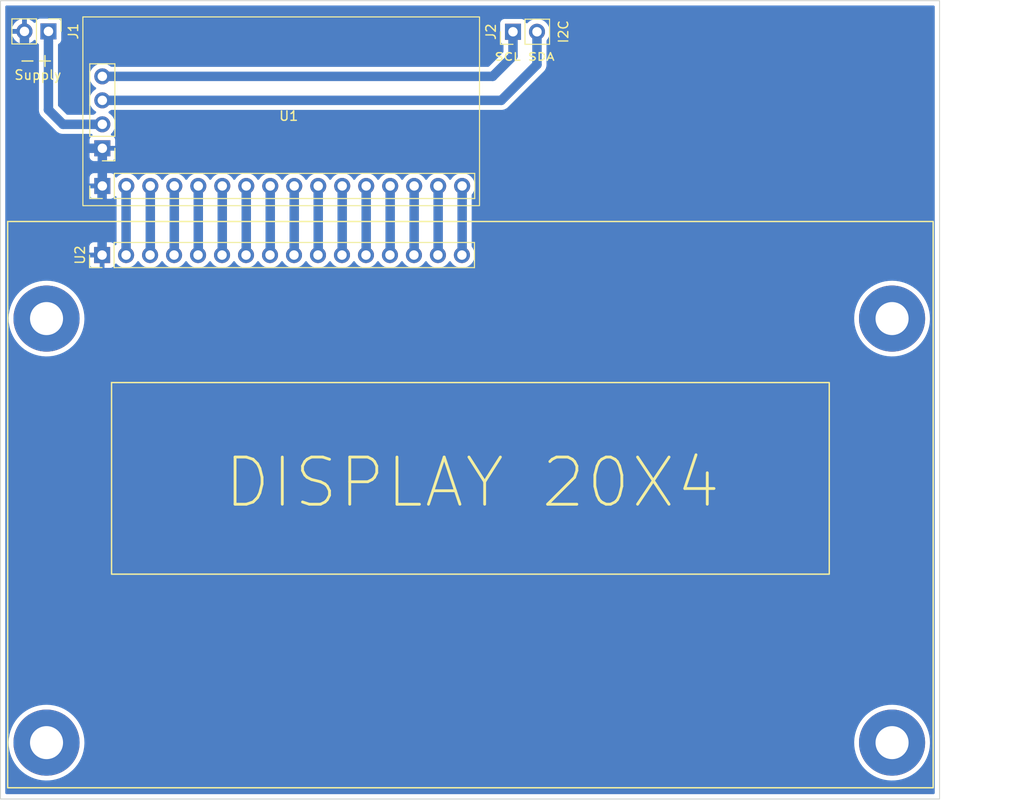
<source format=kicad_pcb>
(kicad_pcb (version 20211014) (generator pcbnew)
  (layers (0 "F.Cu" signal) (31 "B.Cu" signal) (34 "B.Paste" user) (35 "F.Paste" user) (36 "B.SilkS" user "B.Silkscreen") (37 "F.SilkS" user "F.Silkscreen") (38 "B.Mask" user) (39 "F.Mask" user) (44 "Edge.Cuts" user))
  (net 0 "")
  (net 1 "GNDD")
  (net 2 "/SCL")
  (net 3 "/SDA")
  (net 4 "+5V")
  (net 5 "/VDD_DISP")
  (net 6 "/VO")
  (net 7 "/RS")
  (net 8 "/R{slash}~{W}")
  (net 9 "/E")
  (net 10 "Net-(U1-Pad7)")
  (net 11 "Net-(U1-Pad8)")
  (net 12 "Net-(U1-Pad9)")
  (net 13 "Net-(U1-Pad10)")
  (net 14 "Net-(U1-Pad11)")
  (net 15 "Net-(U1-Pad12)")
  (net 16 "Net-(U1-Pad13)")
  (net 17 "Net-(U1-Pad14)")
  (net 18 "/LED_AN")
  (net 19 "/LED_CAT")
  (footprint "Connector_PinHeader_2.54mm:PinHeader_1x16_P2.54mm_Vertical" (layer "F.Cu") (at 96.6902 67.2084 90)
    (fp_text reference "U2" (at 0 -2.33 90) (layer "F.SilkS"))
    (fp_text value "LCD-5LC02")
    (fp_line (start -1.33 1.27) (end -1.33 39.43) (layer "F.SilkS") (width 0.12))
    (fp_line (start -1.33 -1.33) (end 0 -1.33) (layer "F.SilkS") (width 0.12))
    (fp_line (start -1.33 1.27) (end 1.33 1.27) (layer "F.SilkS") (width 0.12))
    (fp_line (start 1.33 1.27) (end 1.33 39.43) (layer "F.SilkS") (width 0.12))
    (fp_line (start -1.33 0) (end -1.33 -1.33) (layer "F.SilkS") (width 0.12))
    (fp_line (start -1.33 39.43) (end 1.33 39.43) (layer "F.SilkS") (width 0.12))
    (pad "1" thru_hole rect (at 0 0 90) (size 1.7 1.7) (drill 1) (layers *.Cu *.Mask) (net 1 "GNDD"))
    (pad "2" thru_hole oval (at 0 2.54 90) (size 1.7 1.7) (drill 1) (layers *.Cu *.Mask) (net 5 "/VDD_DISP"))
    (pad "3" thru_hole oval (at 0 5.08 90) (size 1.7 1.7) (drill 1) (layers *.Cu *.Mask) (net 6 "/VO"))
    (pad "4" thru_hole oval (at 0 7.62 90) (size 1.7 1.7) (drill 1) (layers *.Cu *.Mask) (net 7 "/RS"))
    (pad "5" thru_hole oval (at 0 10.16 90) (size 1.7 1.7) (drill 1) (layers *.Cu *.Mask) (net 8 "/R{slash}~{W}"))
    (pad "6" thru_hole oval (at 0 12.7 90) (size 1.7 1.7) (drill 1) (layers *.Cu *.Mask) (net 9 "/E"))
    (pad "7" thru_hole oval (at 0 15.24 90) (size 1.7 1.7) (drill 1) (layers *.Cu *.Mask) (net 10 "Net-(U1-Pad7)"))
    (pad "8" thru_hole oval (at 0 17.78 90) (size 1.7 1.7) (drill 1) (layers *.Cu *.Mask) (net 11 "Net-(U1-Pad8)"))
    (pad "9" thru_hole oval (at 0 20.32 90) (size 1.7 1.7) (drill 1) (layers *.Cu *.Mask) (net 12 "Net-(U1-Pad9)"))
    (pad "10" thru_hole oval (at 0 22.86 90) (size 1.7 1.7) (drill 1) (layers *.Cu *.Mask) (net 13 "Net-(U1-Pad10)"))
    (pad "11" thru_hole oval (at 0 25.4 90) (size 1.7 1.7) (drill 1) (layers *.Cu *.Mask) (net 14 "Net-(U1-Pad11)"))
    (pad "12" thru_hole oval (at 0 27.94 90) (size 1.7 1.7) (drill 1) (layers *.Cu *.Mask) (net 15 "Net-(U1-Pad12)"))
    (pad "13" thru_hole oval (at 0 30.48 90) (size 1.7 1.7) (drill 1) (layers *.Cu *.Mask) (net 16 "Net-(U1-Pad13)"))
    (pad "14" thru_hole oval (at 0 33.02 90) (size 1.7 1.7) (drill 1) (layers *.Cu *.Mask) (net 17 "Net-(U1-Pad14)"))
    (pad "15" thru_hole oval (at 0 35.56 90) (size 1.7 1.7) (drill 1) (layers *.Cu *.Mask) (net 18 "/LED_AN"))
    (pad "16" thru_hole oval (at 0 38.1 90) (size 1.7 1.7) (drill 1) (layers *.Cu *.Mask) (net 19 "/LED_CAT"))
  )
  (footprint "Connector_PinHeader_2.54mm:PinHeader_1x02_P2.54mm_Vertical" (layer "F.Cu") (at 91.0082 43.5102 -90)
    (fp_text reference "J1" (at 0 -2.635 90) (layer "F.SilkS"))
    (fp_text value "Supply" (at 4.6228 1.1176 180) (layer "F.SilkS"))
    (fp_line (start -1.33 0) (end -1.33 -1.33) (layer "F.SilkS") (width 0.12))
    (fp_line (start 1.33 1.27) (end 1.33 3.87) (layer "F.SilkS") (width 0.12))
    (fp_line (start -1.33 3.87) (end 1.33 3.87) (layer "F.SilkS") (width 0.12))
    (fp_line (start -1.33 -1.33) (end 0 -1.33) (layer "F.SilkS") (width 0.12))
    (fp_line (start -1.33 1.27) (end -1.33 3.87) (layer "F.SilkS") (width 0.12))
    (fp_line (start -1.33 1.27) (end 1.33 1.27) (layer "F.SilkS") (width 0.12))
    (pad "1" thru_hole rect (at 0 0 270) (size 1.7 1.7) (drill 1) (layers *.Cu *.Mask) (net 4 "+5V"))
    (pad "2" thru_hole oval (at 0 2.54 270) (size 1.7 1.7) (drill 1) (layers *.Cu *.Mask) (net 1 "GNDD"))
  )
  (footprint "" (layer "F.Cu") (at 92.1766 73.9394)
    (fp_text reference "" (at 0 0) (layer "F.SilkS") (effects (font (size 1.27 1.27))))
    (fp_text value "" (at 0 0) (layer "F.SilkS") (effects (font (size 1.27 1.27))))
    (pad "1" thru_hole circle (at -1.3716 0) (size 7 7) (drill 3.5) (layers *.Cu *.Mask))
  )
  (footprint "MountingHole:MountingHole_3mm_Pad" (layer "F.Cu") (at 180.34 73.9394)
    (fp_text reference "REF**" hide)
    (fp_text value "MountingHole_3mm_Pad" hide)
    (pad "1" thru_hole circle (at 0 0) (size 7 7) (drill 3.5) (layers *.Cu *.Mask))
  )
  (footprint "adelson:Módulo I2C - PCF8574" (layer "F.Cu") (at 94.6543 41.9771)
    (fp_text reference "U1" (at 21.7957 10.4979 unlocked) (layer "F.SilkS"))
    (fp_text value "LCD-PCF8574")
    (fp_line (start 0.7308 19.2404) (end 0.7308 17.9104) (layer "F.SilkS") (width 0.12))
    (fp_line (start 2.0608 19.2404) (end 0.7308 19.2404) (layer "F.SilkS") (width 0.12))
    (fp_line (start 0.7308 12.6492) (end 0.7308 4.9692) (layer "F.SilkS") (width 0.12))
    (fp_line (start 3.3908 4.9692) (end 0.7308 4.9692) (layer "F.SilkS") (width 0.12))
    (fp_line (start 3.3308 19.2404) (end 3.3308 16.5804) (layer "F.SilkS") (width 0.12))
    (fp_line (start 3.3308 19.2404) (end 41.4908 19.2404) (layer "F.SilkS") (width 0.12))
    (fp_line (start 3.3908 12.6492) (end 0.7308 12.6492) (layer "F.SilkS") (width 0.12))
    (fp_line (start 3.3908 13.9192) (end 3.3908 15.2492) (layer "F.SilkS") (width 0.12))
    (fp_line (start 3.3308 16.5804) (end 41.4908 16.5804) (layer "F.SilkS") (width 0.12))
    (fp_line (start 3.3908 15.2492) (end 2.0608 15.2492) (layer "F.SilkS") (width 0.12))
    (fp_line (start 3.3908 12.6492) (end 3.3908 4.9692) (layer "F.SilkS") (width 0.12))
    (fp_line (start 41.4908 19.2404) (end 41.4908 16.5804) (layer "F.SilkS") (width 0.12))
    (fp_rect (start 0 0) (end 42 20) (layer "F.SilkS") (width 0.12) (fill none))
    (pad "1" thru_hole rect (at 2.0608 17.9104 90) (size 1.7 1.7) (drill 1) (layers *.Mask "F.Cu" "In1.Cu" "B.Cu") (net 1 "GNDD"))
    (pad "2" thru_hole oval (at 4.6008 17.9104 90) (size 1.7 1.7) (drill 1) (layers *.Mask "F.Cu" "In1.Cu" "B.Cu") (net 5 "/VDD_DISP"))
    (pad "3" thru_hole oval (at 7.1408 17.9104 90) (size 1.7 1.7) (drill 1) (layers *.Mask "F.Cu" "In1.Cu" "B.Cu") (net 6 "/VO"))
    (pad "4" thru_hole oval (at 9.6808 17.9104 90) (size 1.7 1.7) (drill 1) (layers *.Mask "F.Cu" "In1.Cu" "B.Cu") (net 7 "/RS"))
    (pad "5" thru_hole oval (at 12.2208 17.9104 90) (size 1.7 1.7) (drill 1) (layers *.Mask "F.Cu" "In1.Cu" "B.Cu") (net 8 "/R{slash}~{W}"))
    (pad "6" thru_hole oval (at 14.7608 17.9104 90) (size 1.7 1.7) (drill 1) (layers *.Mask "F.Cu" "In1.Cu" "B.Cu") (net 9 "/E"))
    (pad "7" thru_hole oval (at 17.3008 17.9104 90) (size 1.7 1.7) (drill 1) (layers *.Mask "F.Cu" "In1.Cu" "B.Cu") (net 10 "Net-(U1-Pad7)"))
    (pad "8" thru_hole oval (at 19.8408 17.9104 90) (size 1.7 1.7) (drill 1) (layers *.Mask "F.Cu" "In1.Cu" "B.Cu") (net 11 "Net-(U1-Pad8)"))
    (pad "9" thru_hole oval (at 22.3808 17.9104 90) (size 1.7 1.7) (drill 1) (layers *.Mask "F.Cu" "In1.Cu" "B.Cu") (net 12 "Net-(U1-Pad9)"))
    (pad "10" thru_hole oval (at 24.9208 17.9104 90) (size 1.7 1.7) (drill 1) (layers *.Mask "F.Cu" "In1.Cu" "B.Cu") (net 13 "Net-(U1-Pad10)"))
    (pad "11" thru_hole oval (at 27.4608 17.9104 90) (size 1.7 1.7) (drill 1) (layers *.Mask "F.Cu" "In1.Cu" "B.Cu") (net 14 "Net-(U1-Pad11)"))
    (pad "12" thru_hole oval (at 30.0008 17.9104 90) (size 1.7 1.7) (drill 1) (layers *.Mask "F.Cu" "In1.Cu" "B.Cu") (net 15 "Net-(U1-Pad12)"))
    (pad "13" thru_hole oval (at 32.5408 17.9104 90) (size 1.7 1.7) (drill 1) (layers *.Mask "F.Cu" "In1.Cu" "B.Cu") (net 16 "Net-(U1-Pad13)"))
    (pad "14" thru_hole oval (at 35.0808 17.9104 90) (size 1.7 1.7) (drill 1) (layers *.Mask "F.Cu" "In1.Cu" "B.Cu") (net 17 "Net-(U1-Pad14)"))
    (pad "15" thru_hole oval (at 37.6208 17.9104 90) (size 1.7 1.7) (drill 1) (layers *.Mask "F.Cu" "In1.Cu" "B.Cu") (net 18 "/LED_AN"))
    (pad "16" thru_hole oval (at 40.1608 17.9104 90) (size 1.7 1.7) (drill 1) (layers *.Mask "F.Cu" "In1.Cu" "B.Cu") (net 19 "/LED_CAT"))
    (pad "17" thru_hole oval (at 2.0608 6.2992 180) (size 1.7 1.7) (drill 1) (layers *.Cu *.Mask) (net 2 "/SCL"))
    (pad "18" thru_hole oval (at 2.0608 8.8392 180) (size 1.7 1.7) (drill 1) (layers *.Cu *.Mask) (net 3 "/SDA"))
    (pad "19" thru_hole oval (at 2.0608 11.3792 180) (size 1.7 1.7) (drill 1) (layers *.Cu *.Mask) (net 4 "+5V"))
    (pad "20" thru_hole rect (at 2.0608 13.9192 180) (size 1.7 1.7) (drill 1) (layers *.Cu *.Mask) (net 1 "GNDD"))
  )
  (footprint "Connector_PinHeader_2.54mm:PinHeader_1x02_P2.54mm_Vertical" (layer "F.Cu") (at 140.2 43.55 90)
    (fp_text reference "J2" (at 0 -2.33 90) (layer "F.SilkS"))
    (fp_text value "I2C" (at 0 5.342 90) (layer "F.SilkS"))
    (fp_line (start 1.33 1.27) (end 1.33 3.87) (layer "F.SilkS") (width 0.12))
    (fp_line (start -1.33 0) (end -1.33 -1.33) (layer "F.SilkS") (width 0.12))
    (fp_line (start -1.33 1.27) (end -1.33 3.87) (layer "F.SilkS") (width 0.12))
    (fp_line (start -1.33 1.27) (end 1.33 1.27) (layer "F.SilkS") (width 0.12))
    (fp_line (start -1.33 -1.33) (end 0 -1.33) (layer "F.SilkS") (width 0.12))
    (fp_line (start -1.33 3.87) (end 1.33 3.87) (layer "F.SilkS") (width 0.12))
    (pad "1" thru_hole rect (at 0 0 90) (size 1.7 1.7) (drill 1) (layers *.Cu *.Mask) (net 2 "/SCL"))
    (pad "2" thru_hole oval (at 0 2.54 90) (size 1.7 1.7) (drill 1) (layers *.Cu *.Mask) (net 3 "/SDA"))
  )
  (footprint "" (layer "F.Cu") (at 180.34 118.872)
    (fp_text reference "" (at 0 0) (layer "F.SilkS") (effects (font (size 1.27 1.27))))
    (fp_text value "" (at 0 0) (layer "F.SilkS") (effects (font (size 1.27 1.27))))
    (pad "1" thru_hole circle (at 0 0) (size 7 7) (drill 3.5) (layers *.Cu *.Mask))
  )
  (footprint "" (layer "F.Cu") (at 90.805 119.507)
    (fp_text reference "" (at 0 0) (layer "F.SilkS") (effects (font (size 1.27 1.27))))
    (fp_text value "" (at 0 0) (layer "F.SilkS") (effects (font (size 1.27 1.27))))
    (pad "1" thru_hole circle (at 0 -0.635) (size 7 7) (drill 3.5) (layers *.Cu *.Mask))
  )
  (gr_rect (start 97.6902 80.7212) (end 173.6902 101.0212) (layer "F.SilkS") (width 0.15) (fill none))
  (gr_rect (start 86.6902 63.6524) (end 184.6902 123.6524) (layer "F.SilkS") (width 0.15) (fill none))
  (gr_rect (start 85.9282 40.259) (end 185.3692 124.841) (layer "Edge.Cuts") (width 0.1) (fill none))
  (gr_text "SCL SDA" (at 141.4272 46.2026) (layer "F.SilkS") (effects (font (size 0.8 1))))
  (gr_text "DISPLAY 20X4" (at 135.89 91.313) (layer "F.SilkS") (effects (font (size 5 5) (thickness 0.3))))
  (gr_text "+-" (at 89.7128 46.7614 180) (layer "F.SilkS") (effects (font (size 1.5 1.5))))
  (segment (start 91.2531 55.8963) (end 88.4682 53.1114) (width 1) (layer "B.Cu") (net 1))
  (segment (start 96.7151 59.8875) (end 96.7151 55.8963) (width 1) (layer "B.Cu") (net 1))
  (segment (start 96.6902 67.2084) (end 96.6902 59.9124) (width 1) (layer "B.Cu") (net 1))
  (segment (start 88.4682 53.1114) (end 88.4682 43.5102) (width 1) (layer "B.Cu") (net 1))
  (segment (start 96.7151 55.8963) (end 91.2531 55.8963) (width 1) (layer "B.Cu") (net 1))
  (segment (start 96.6902 59.9124) (end 96.7151 59.8875) (width 1) (layer "B.Cu") (net 1))
  (segment (start 140.2 46.125) (end 140.2 43.55) (width 1) (layer "B.Cu") (net 2))
  (segment (start 96.7151 48.2763) (end 138.0487 48.2763) (width 1) (layer "B.Cu") (net 2))
  (segment (start 138.0487 48.2763) (end 140.2 46.125) (width 1) (layer "B.Cu") (net 2))
  (segment (start 138.9587 50.8163) (end 142.74 47.035) (width 1) (layer "B.Cu") (net 3))
  (segment (start 142.74 47.035) (end 142.74 43.55) (width 1) (layer "B.Cu") (net 3))
  (segment (start 96.7151 50.8163) (end 138.9587 50.8163) (width 1) (layer "B.Cu") (net 3))
  (segment (start 92.5485 53.3563) (end 91.0082 51.816) (width 1) (layer "B.Cu") (net 4))
  (segment (start 96.7151 53.3563) (end 92.5485 53.3563) (width 1) (layer "B.Cu") (net 4))
  (segment (start 91.0082 51.816) (end 91.0082 43.5102) (width 1) (layer "B.Cu") (net 4))
  (segment (start 99.2302 67.2084) (end 99.2302 59.9124) (width 1) (layer "B.Cu") (net 5))
  (segment (start 99.2302 59.9124) (end 99.2551 59.8875) (width 1) (layer "B.Cu") (net 5))
  (segment (start 101.7951 67.1835) (end 101.7702 67.2084) (width 1) (layer "B.Cu") (net 6))
  (segment (start 101.7951 59.8875) (end 101.7951 67.1835) (width 1) (layer "B.Cu") (net 6))
  (segment (start 104.3351 59.8875) (end 104.3351 67.1835) (width 1) (layer "B.Cu") (net 7))
  (segment (start 104.3351 67.1835) (end 104.3102 67.2084) (width 1) (layer "B.Cu") (net 7))
  (segment (start 106.8751 59.8875) (end 106.8751 67.1835) (width 1) (layer "B.Cu") (net 8))
  (segment (start 106.8751 67.1835) (end 106.8502 67.2084) (width 1) (layer "B.Cu") (net 8))
  (segment (start 109.4151 59.8875) (end 109.4151 67.1835) (width 1) (layer "B.Cu") (net 9))
  (segment (start 109.4151 67.1835) (end 109.3902 67.2084) (width 1) (layer "B.Cu") (net 9))
  (segment (start 111.9551 67.1835) (end 111.9302 67.2084) (width 1) (layer "B.Cu") (net 10))
  (segment (start 111.9551 59.8875) (end 111.9551 67.1835) (width 1) (layer "B.Cu") (net 10))
  (segment (start 114.4951 67.1835) (end 114.4702 67.2084) (width 1) (layer "B.Cu") (net 11))
  (segment (start 114.4951 59.8875) (end 114.4951 67.1835) (width 1) (layer "B.Cu") (net 11))
  (segment (start 117.0351 59.8875) (end 117.0351 67.1835) (width 1) (layer "B.Cu") (net 12))
  (segment (start 117.0351 67.1835) (end 117.0102 67.2084) (width 1) (layer "B.Cu") (net 12))
  (segment (start 119.5751 67.1835) (end 119.5502 67.2084) (width 1) (layer "B.Cu") (net 13))
  (segment (start 119.5751 59.8875) (end 119.5751 67.1835) (width 1) (layer "B.Cu") (net 13))
  (segment (start 122.1151 67.1835) (end 122.0902 67.2084) (width 1) (layer "B.Cu") (net 14))
  (segment (start 122.1151 59.8875) (end 122.1151 67.1835) (width 1) (layer "B.Cu") (net 14))
  (segment (start 124.6551 59.8875) (end 124.6551 67.1835) (width 1) (layer "B.Cu") (net 15))
  (segment (start 124.6551 67.1835) (end 124.6302 67.2084) (width 1) (layer "B.Cu") (net 15))
  (segment (start 127.1951 59.8875) (end 127.1951 67.1835) (width 1) (layer "B.Cu") (net 16))
  (segment (start 127.1951 67.1835) (end 127.1702 67.2084) (width 1) (layer "B.Cu") (net 16))
  (segment (start 129.7351 59.8875) (end 129.7351 67.1835) (width 1) (layer "B.Cu") (net 17))
  (segment (start 129.7351 67.1835) (end 129.7102 67.2084) (width 1) (layer "B.Cu") (net 17))
  (segment (start 132.2751 67.1835) (end 132.2502 67.2084) (width 1) (layer "B.Cu") (net 18))
  (segment (start 132.2751 59.8875) (end 132.2751 67.1835) (width 1) (layer "B.Cu") (net 18))
  (segment (start 134.8151 59.8875) (end 134.8151 67.1835) (width 1) (layer "B.Cu") (net 19))
  (segment (start 134.8151 67.1835) (end 134.7902 67.2084) (width 1) (layer "B.Cu") (net 19))
  (zone (net 1) (net_name "GNDD") (layer "B.Cu") (connect_pads (clearance 0.508)) (min_thickness 0.254) (fill yes (thermal_gap 0.508) (thermal_bridge_width 0.508))
    (polygon (pts (xy 185.358986 124.952916) (xy 184.734722 124.951952) (xy 85.974722 124.976952) (xy 85.974722 40.451952) (xy 185.333986 40.452916)))
  )
)
</source>
